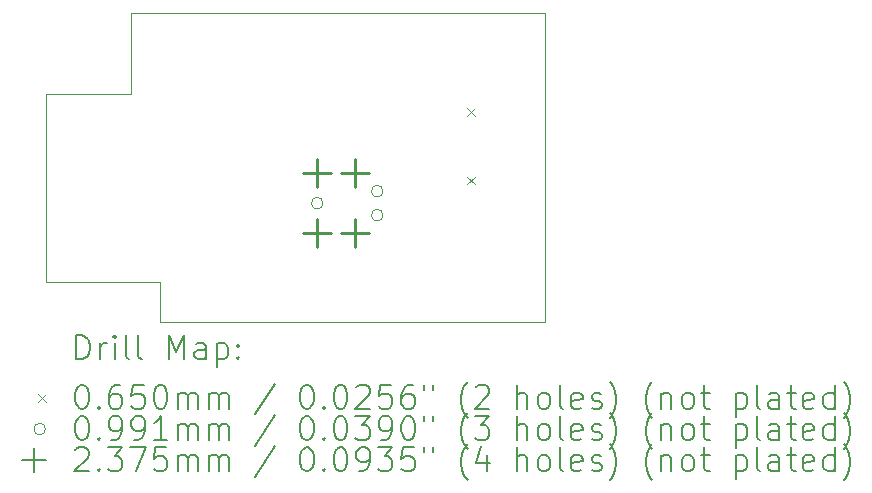
<source format=gbr>
%TF.GenerationSoftware,KiCad,Pcbnew,7.0.8*%
%TF.CreationDate,2024-02-19T13:09:45+00:00*%
%TF.ProjectId,HW_MoveCritic_KiCad_Project,48575f4d-6f76-4654-9372-697469635f4b,rev?*%
%TF.SameCoordinates,Original*%
%TF.FileFunction,Drillmap*%
%TF.FilePolarity,Positive*%
%FSLAX45Y45*%
G04 Gerber Fmt 4.5, Leading zero omitted, Abs format (unit mm)*
G04 Created by KiCad (PCBNEW 7.0.8) date 2024-02-19 13:09:45*
%MOMM*%
%LPD*%
G01*
G04 APERTURE LIST*
%ADD10C,0.100000*%
%ADD11C,0.200000*%
%ADD12C,0.065000*%
%ADD13C,0.099060*%
%ADD14C,0.237490*%
G04 APERTURE END LIST*
D10*
X14257500Y-9625000D02*
X14257500Y-9010000D01*
X14507500Y-11552500D02*
X14507500Y-11217500D01*
X14257500Y-9010000D02*
X14257500Y-8937500D01*
X17765000Y-11552500D02*
X14507500Y-11552500D01*
X17765000Y-10997500D02*
X17765000Y-11552500D01*
X13542500Y-11217500D02*
X13542500Y-9625000D01*
X13542500Y-9625000D02*
X14257500Y-9625000D01*
X17767500Y-8935000D02*
X17767500Y-9565000D01*
X14507500Y-11217500D02*
X13542500Y-11217500D01*
X17767500Y-9565000D02*
X17765000Y-10997500D01*
X14257500Y-8937500D02*
X17767500Y-8935000D01*
D11*
D12*
X17107000Y-9746500D02*
X17172000Y-9811500D01*
X17172000Y-9746500D02*
X17107000Y-9811500D01*
X17107000Y-10324500D02*
X17172000Y-10389500D01*
X17172000Y-10324500D02*
X17107000Y-10389500D01*
D13*
X15887030Y-10549000D02*
G75*
G03*
X15887030Y-10549000I-49530J0D01*
G01*
X16395030Y-10447400D02*
G75*
G03*
X16395030Y-10447400I-49530J0D01*
G01*
X16395030Y-10650600D02*
G75*
G03*
X16395030Y-10650600I-49530J0D01*
G01*
D14*
X15837500Y-10176255D02*
X15837500Y-10413745D01*
X15718755Y-10295000D02*
X15956245Y-10295000D01*
X15837500Y-10684255D02*
X15837500Y-10921745D01*
X15718755Y-10803000D02*
X15956245Y-10803000D01*
X16155000Y-10176255D02*
X16155000Y-10413745D01*
X16036255Y-10295000D02*
X16273745Y-10295000D01*
X16155000Y-10684255D02*
X16155000Y-10921745D01*
X16036255Y-10803000D02*
X16273745Y-10803000D01*
D11*
X13798277Y-11868984D02*
X13798277Y-11668984D01*
X13798277Y-11668984D02*
X13845896Y-11668984D01*
X13845896Y-11668984D02*
X13874467Y-11678508D01*
X13874467Y-11678508D02*
X13893515Y-11697555D01*
X13893515Y-11697555D02*
X13903039Y-11716603D01*
X13903039Y-11716603D02*
X13912562Y-11754698D01*
X13912562Y-11754698D02*
X13912562Y-11783269D01*
X13912562Y-11783269D02*
X13903039Y-11821365D01*
X13903039Y-11821365D02*
X13893515Y-11840412D01*
X13893515Y-11840412D02*
X13874467Y-11859460D01*
X13874467Y-11859460D02*
X13845896Y-11868984D01*
X13845896Y-11868984D02*
X13798277Y-11868984D01*
X13998277Y-11868984D02*
X13998277Y-11735650D01*
X13998277Y-11773746D02*
X14007801Y-11754698D01*
X14007801Y-11754698D02*
X14017324Y-11745174D01*
X14017324Y-11745174D02*
X14036372Y-11735650D01*
X14036372Y-11735650D02*
X14055420Y-11735650D01*
X14122086Y-11868984D02*
X14122086Y-11735650D01*
X14122086Y-11668984D02*
X14112562Y-11678508D01*
X14112562Y-11678508D02*
X14122086Y-11688031D01*
X14122086Y-11688031D02*
X14131610Y-11678508D01*
X14131610Y-11678508D02*
X14122086Y-11668984D01*
X14122086Y-11668984D02*
X14122086Y-11688031D01*
X14245896Y-11868984D02*
X14226848Y-11859460D01*
X14226848Y-11859460D02*
X14217324Y-11840412D01*
X14217324Y-11840412D02*
X14217324Y-11668984D01*
X14350658Y-11868984D02*
X14331610Y-11859460D01*
X14331610Y-11859460D02*
X14322086Y-11840412D01*
X14322086Y-11840412D02*
X14322086Y-11668984D01*
X14579229Y-11868984D02*
X14579229Y-11668984D01*
X14579229Y-11668984D02*
X14645896Y-11811841D01*
X14645896Y-11811841D02*
X14712562Y-11668984D01*
X14712562Y-11668984D02*
X14712562Y-11868984D01*
X14893515Y-11868984D02*
X14893515Y-11764222D01*
X14893515Y-11764222D02*
X14883991Y-11745174D01*
X14883991Y-11745174D02*
X14864943Y-11735650D01*
X14864943Y-11735650D02*
X14826848Y-11735650D01*
X14826848Y-11735650D02*
X14807801Y-11745174D01*
X14893515Y-11859460D02*
X14874467Y-11868984D01*
X14874467Y-11868984D02*
X14826848Y-11868984D01*
X14826848Y-11868984D02*
X14807801Y-11859460D01*
X14807801Y-11859460D02*
X14798277Y-11840412D01*
X14798277Y-11840412D02*
X14798277Y-11821365D01*
X14798277Y-11821365D02*
X14807801Y-11802317D01*
X14807801Y-11802317D02*
X14826848Y-11792793D01*
X14826848Y-11792793D02*
X14874467Y-11792793D01*
X14874467Y-11792793D02*
X14893515Y-11783269D01*
X14988753Y-11735650D02*
X14988753Y-11935650D01*
X14988753Y-11745174D02*
X15007801Y-11735650D01*
X15007801Y-11735650D02*
X15045896Y-11735650D01*
X15045896Y-11735650D02*
X15064943Y-11745174D01*
X15064943Y-11745174D02*
X15074467Y-11754698D01*
X15074467Y-11754698D02*
X15083991Y-11773746D01*
X15083991Y-11773746D02*
X15083991Y-11830888D01*
X15083991Y-11830888D02*
X15074467Y-11849936D01*
X15074467Y-11849936D02*
X15064943Y-11859460D01*
X15064943Y-11859460D02*
X15045896Y-11868984D01*
X15045896Y-11868984D02*
X15007801Y-11868984D01*
X15007801Y-11868984D02*
X14988753Y-11859460D01*
X15169705Y-11849936D02*
X15179229Y-11859460D01*
X15179229Y-11859460D02*
X15169705Y-11868984D01*
X15169705Y-11868984D02*
X15160182Y-11859460D01*
X15160182Y-11859460D02*
X15169705Y-11849936D01*
X15169705Y-11849936D02*
X15169705Y-11868984D01*
X15169705Y-11745174D02*
X15179229Y-11754698D01*
X15179229Y-11754698D02*
X15169705Y-11764222D01*
X15169705Y-11764222D02*
X15160182Y-11754698D01*
X15160182Y-11754698D02*
X15169705Y-11745174D01*
X15169705Y-11745174D02*
X15169705Y-11764222D01*
D12*
X13472500Y-12165000D02*
X13537500Y-12230000D01*
X13537500Y-12165000D02*
X13472500Y-12230000D01*
D11*
X13836372Y-12088984D02*
X13855420Y-12088984D01*
X13855420Y-12088984D02*
X13874467Y-12098508D01*
X13874467Y-12098508D02*
X13883991Y-12108031D01*
X13883991Y-12108031D02*
X13893515Y-12127079D01*
X13893515Y-12127079D02*
X13903039Y-12165174D01*
X13903039Y-12165174D02*
X13903039Y-12212793D01*
X13903039Y-12212793D02*
X13893515Y-12250888D01*
X13893515Y-12250888D02*
X13883991Y-12269936D01*
X13883991Y-12269936D02*
X13874467Y-12279460D01*
X13874467Y-12279460D02*
X13855420Y-12288984D01*
X13855420Y-12288984D02*
X13836372Y-12288984D01*
X13836372Y-12288984D02*
X13817324Y-12279460D01*
X13817324Y-12279460D02*
X13807801Y-12269936D01*
X13807801Y-12269936D02*
X13798277Y-12250888D01*
X13798277Y-12250888D02*
X13788753Y-12212793D01*
X13788753Y-12212793D02*
X13788753Y-12165174D01*
X13788753Y-12165174D02*
X13798277Y-12127079D01*
X13798277Y-12127079D02*
X13807801Y-12108031D01*
X13807801Y-12108031D02*
X13817324Y-12098508D01*
X13817324Y-12098508D02*
X13836372Y-12088984D01*
X13988753Y-12269936D02*
X13998277Y-12279460D01*
X13998277Y-12279460D02*
X13988753Y-12288984D01*
X13988753Y-12288984D02*
X13979229Y-12279460D01*
X13979229Y-12279460D02*
X13988753Y-12269936D01*
X13988753Y-12269936D02*
X13988753Y-12288984D01*
X14169705Y-12088984D02*
X14131610Y-12088984D01*
X14131610Y-12088984D02*
X14112562Y-12098508D01*
X14112562Y-12098508D02*
X14103039Y-12108031D01*
X14103039Y-12108031D02*
X14083991Y-12136603D01*
X14083991Y-12136603D02*
X14074467Y-12174698D01*
X14074467Y-12174698D02*
X14074467Y-12250888D01*
X14074467Y-12250888D02*
X14083991Y-12269936D01*
X14083991Y-12269936D02*
X14093515Y-12279460D01*
X14093515Y-12279460D02*
X14112562Y-12288984D01*
X14112562Y-12288984D02*
X14150658Y-12288984D01*
X14150658Y-12288984D02*
X14169705Y-12279460D01*
X14169705Y-12279460D02*
X14179229Y-12269936D01*
X14179229Y-12269936D02*
X14188753Y-12250888D01*
X14188753Y-12250888D02*
X14188753Y-12203269D01*
X14188753Y-12203269D02*
X14179229Y-12184222D01*
X14179229Y-12184222D02*
X14169705Y-12174698D01*
X14169705Y-12174698D02*
X14150658Y-12165174D01*
X14150658Y-12165174D02*
X14112562Y-12165174D01*
X14112562Y-12165174D02*
X14093515Y-12174698D01*
X14093515Y-12174698D02*
X14083991Y-12184222D01*
X14083991Y-12184222D02*
X14074467Y-12203269D01*
X14369705Y-12088984D02*
X14274467Y-12088984D01*
X14274467Y-12088984D02*
X14264943Y-12184222D01*
X14264943Y-12184222D02*
X14274467Y-12174698D01*
X14274467Y-12174698D02*
X14293515Y-12165174D01*
X14293515Y-12165174D02*
X14341134Y-12165174D01*
X14341134Y-12165174D02*
X14360182Y-12174698D01*
X14360182Y-12174698D02*
X14369705Y-12184222D01*
X14369705Y-12184222D02*
X14379229Y-12203269D01*
X14379229Y-12203269D02*
X14379229Y-12250888D01*
X14379229Y-12250888D02*
X14369705Y-12269936D01*
X14369705Y-12269936D02*
X14360182Y-12279460D01*
X14360182Y-12279460D02*
X14341134Y-12288984D01*
X14341134Y-12288984D02*
X14293515Y-12288984D01*
X14293515Y-12288984D02*
X14274467Y-12279460D01*
X14274467Y-12279460D02*
X14264943Y-12269936D01*
X14503039Y-12088984D02*
X14522086Y-12088984D01*
X14522086Y-12088984D02*
X14541134Y-12098508D01*
X14541134Y-12098508D02*
X14550658Y-12108031D01*
X14550658Y-12108031D02*
X14560182Y-12127079D01*
X14560182Y-12127079D02*
X14569705Y-12165174D01*
X14569705Y-12165174D02*
X14569705Y-12212793D01*
X14569705Y-12212793D02*
X14560182Y-12250888D01*
X14560182Y-12250888D02*
X14550658Y-12269936D01*
X14550658Y-12269936D02*
X14541134Y-12279460D01*
X14541134Y-12279460D02*
X14522086Y-12288984D01*
X14522086Y-12288984D02*
X14503039Y-12288984D01*
X14503039Y-12288984D02*
X14483991Y-12279460D01*
X14483991Y-12279460D02*
X14474467Y-12269936D01*
X14474467Y-12269936D02*
X14464943Y-12250888D01*
X14464943Y-12250888D02*
X14455420Y-12212793D01*
X14455420Y-12212793D02*
X14455420Y-12165174D01*
X14455420Y-12165174D02*
X14464943Y-12127079D01*
X14464943Y-12127079D02*
X14474467Y-12108031D01*
X14474467Y-12108031D02*
X14483991Y-12098508D01*
X14483991Y-12098508D02*
X14503039Y-12088984D01*
X14655420Y-12288984D02*
X14655420Y-12155650D01*
X14655420Y-12174698D02*
X14664943Y-12165174D01*
X14664943Y-12165174D02*
X14683991Y-12155650D01*
X14683991Y-12155650D02*
X14712563Y-12155650D01*
X14712563Y-12155650D02*
X14731610Y-12165174D01*
X14731610Y-12165174D02*
X14741134Y-12184222D01*
X14741134Y-12184222D02*
X14741134Y-12288984D01*
X14741134Y-12184222D02*
X14750658Y-12165174D01*
X14750658Y-12165174D02*
X14769705Y-12155650D01*
X14769705Y-12155650D02*
X14798277Y-12155650D01*
X14798277Y-12155650D02*
X14817324Y-12165174D01*
X14817324Y-12165174D02*
X14826848Y-12184222D01*
X14826848Y-12184222D02*
X14826848Y-12288984D01*
X14922086Y-12288984D02*
X14922086Y-12155650D01*
X14922086Y-12174698D02*
X14931610Y-12165174D01*
X14931610Y-12165174D02*
X14950658Y-12155650D01*
X14950658Y-12155650D02*
X14979229Y-12155650D01*
X14979229Y-12155650D02*
X14998277Y-12165174D01*
X14998277Y-12165174D02*
X15007801Y-12184222D01*
X15007801Y-12184222D02*
X15007801Y-12288984D01*
X15007801Y-12184222D02*
X15017324Y-12165174D01*
X15017324Y-12165174D02*
X15036372Y-12155650D01*
X15036372Y-12155650D02*
X15064943Y-12155650D01*
X15064943Y-12155650D02*
X15083991Y-12165174D01*
X15083991Y-12165174D02*
X15093515Y-12184222D01*
X15093515Y-12184222D02*
X15093515Y-12288984D01*
X15483991Y-12079460D02*
X15312563Y-12336603D01*
X15741134Y-12088984D02*
X15760182Y-12088984D01*
X15760182Y-12088984D02*
X15779229Y-12098508D01*
X15779229Y-12098508D02*
X15788753Y-12108031D01*
X15788753Y-12108031D02*
X15798277Y-12127079D01*
X15798277Y-12127079D02*
X15807801Y-12165174D01*
X15807801Y-12165174D02*
X15807801Y-12212793D01*
X15807801Y-12212793D02*
X15798277Y-12250888D01*
X15798277Y-12250888D02*
X15788753Y-12269936D01*
X15788753Y-12269936D02*
X15779229Y-12279460D01*
X15779229Y-12279460D02*
X15760182Y-12288984D01*
X15760182Y-12288984D02*
X15741134Y-12288984D01*
X15741134Y-12288984D02*
X15722086Y-12279460D01*
X15722086Y-12279460D02*
X15712563Y-12269936D01*
X15712563Y-12269936D02*
X15703039Y-12250888D01*
X15703039Y-12250888D02*
X15693515Y-12212793D01*
X15693515Y-12212793D02*
X15693515Y-12165174D01*
X15693515Y-12165174D02*
X15703039Y-12127079D01*
X15703039Y-12127079D02*
X15712563Y-12108031D01*
X15712563Y-12108031D02*
X15722086Y-12098508D01*
X15722086Y-12098508D02*
X15741134Y-12088984D01*
X15893515Y-12269936D02*
X15903039Y-12279460D01*
X15903039Y-12279460D02*
X15893515Y-12288984D01*
X15893515Y-12288984D02*
X15883991Y-12279460D01*
X15883991Y-12279460D02*
X15893515Y-12269936D01*
X15893515Y-12269936D02*
X15893515Y-12288984D01*
X16026848Y-12088984D02*
X16045896Y-12088984D01*
X16045896Y-12088984D02*
X16064944Y-12098508D01*
X16064944Y-12098508D02*
X16074467Y-12108031D01*
X16074467Y-12108031D02*
X16083991Y-12127079D01*
X16083991Y-12127079D02*
X16093515Y-12165174D01*
X16093515Y-12165174D02*
X16093515Y-12212793D01*
X16093515Y-12212793D02*
X16083991Y-12250888D01*
X16083991Y-12250888D02*
X16074467Y-12269936D01*
X16074467Y-12269936D02*
X16064944Y-12279460D01*
X16064944Y-12279460D02*
X16045896Y-12288984D01*
X16045896Y-12288984D02*
X16026848Y-12288984D01*
X16026848Y-12288984D02*
X16007801Y-12279460D01*
X16007801Y-12279460D02*
X15998277Y-12269936D01*
X15998277Y-12269936D02*
X15988753Y-12250888D01*
X15988753Y-12250888D02*
X15979229Y-12212793D01*
X15979229Y-12212793D02*
X15979229Y-12165174D01*
X15979229Y-12165174D02*
X15988753Y-12127079D01*
X15988753Y-12127079D02*
X15998277Y-12108031D01*
X15998277Y-12108031D02*
X16007801Y-12098508D01*
X16007801Y-12098508D02*
X16026848Y-12088984D01*
X16169706Y-12108031D02*
X16179229Y-12098508D01*
X16179229Y-12098508D02*
X16198277Y-12088984D01*
X16198277Y-12088984D02*
X16245896Y-12088984D01*
X16245896Y-12088984D02*
X16264944Y-12098508D01*
X16264944Y-12098508D02*
X16274467Y-12108031D01*
X16274467Y-12108031D02*
X16283991Y-12127079D01*
X16283991Y-12127079D02*
X16283991Y-12146127D01*
X16283991Y-12146127D02*
X16274467Y-12174698D01*
X16274467Y-12174698D02*
X16160182Y-12288984D01*
X16160182Y-12288984D02*
X16283991Y-12288984D01*
X16464944Y-12088984D02*
X16369706Y-12088984D01*
X16369706Y-12088984D02*
X16360182Y-12184222D01*
X16360182Y-12184222D02*
X16369706Y-12174698D01*
X16369706Y-12174698D02*
X16388753Y-12165174D01*
X16388753Y-12165174D02*
X16436372Y-12165174D01*
X16436372Y-12165174D02*
X16455420Y-12174698D01*
X16455420Y-12174698D02*
X16464944Y-12184222D01*
X16464944Y-12184222D02*
X16474467Y-12203269D01*
X16474467Y-12203269D02*
X16474467Y-12250888D01*
X16474467Y-12250888D02*
X16464944Y-12269936D01*
X16464944Y-12269936D02*
X16455420Y-12279460D01*
X16455420Y-12279460D02*
X16436372Y-12288984D01*
X16436372Y-12288984D02*
X16388753Y-12288984D01*
X16388753Y-12288984D02*
X16369706Y-12279460D01*
X16369706Y-12279460D02*
X16360182Y-12269936D01*
X16645896Y-12088984D02*
X16607801Y-12088984D01*
X16607801Y-12088984D02*
X16588753Y-12098508D01*
X16588753Y-12098508D02*
X16579229Y-12108031D01*
X16579229Y-12108031D02*
X16560182Y-12136603D01*
X16560182Y-12136603D02*
X16550658Y-12174698D01*
X16550658Y-12174698D02*
X16550658Y-12250888D01*
X16550658Y-12250888D02*
X16560182Y-12269936D01*
X16560182Y-12269936D02*
X16569706Y-12279460D01*
X16569706Y-12279460D02*
X16588753Y-12288984D01*
X16588753Y-12288984D02*
X16626848Y-12288984D01*
X16626848Y-12288984D02*
X16645896Y-12279460D01*
X16645896Y-12279460D02*
X16655420Y-12269936D01*
X16655420Y-12269936D02*
X16664944Y-12250888D01*
X16664944Y-12250888D02*
X16664944Y-12203269D01*
X16664944Y-12203269D02*
X16655420Y-12184222D01*
X16655420Y-12184222D02*
X16645896Y-12174698D01*
X16645896Y-12174698D02*
X16626848Y-12165174D01*
X16626848Y-12165174D02*
X16588753Y-12165174D01*
X16588753Y-12165174D02*
X16569706Y-12174698D01*
X16569706Y-12174698D02*
X16560182Y-12184222D01*
X16560182Y-12184222D02*
X16550658Y-12203269D01*
X16741134Y-12088984D02*
X16741134Y-12127079D01*
X16817325Y-12088984D02*
X16817325Y-12127079D01*
X17112563Y-12365174D02*
X17103039Y-12355650D01*
X17103039Y-12355650D02*
X17083991Y-12327079D01*
X17083991Y-12327079D02*
X17074468Y-12308031D01*
X17074468Y-12308031D02*
X17064944Y-12279460D01*
X17064944Y-12279460D02*
X17055420Y-12231841D01*
X17055420Y-12231841D02*
X17055420Y-12193746D01*
X17055420Y-12193746D02*
X17064944Y-12146127D01*
X17064944Y-12146127D02*
X17074468Y-12117555D01*
X17074468Y-12117555D02*
X17083991Y-12098508D01*
X17083991Y-12098508D02*
X17103039Y-12069936D01*
X17103039Y-12069936D02*
X17112563Y-12060412D01*
X17179230Y-12108031D02*
X17188753Y-12098508D01*
X17188753Y-12098508D02*
X17207801Y-12088984D01*
X17207801Y-12088984D02*
X17255420Y-12088984D01*
X17255420Y-12088984D02*
X17274468Y-12098508D01*
X17274468Y-12098508D02*
X17283991Y-12108031D01*
X17283991Y-12108031D02*
X17293515Y-12127079D01*
X17293515Y-12127079D02*
X17293515Y-12146127D01*
X17293515Y-12146127D02*
X17283991Y-12174698D01*
X17283991Y-12174698D02*
X17169706Y-12288984D01*
X17169706Y-12288984D02*
X17293515Y-12288984D01*
X17531611Y-12288984D02*
X17531611Y-12088984D01*
X17617325Y-12288984D02*
X17617325Y-12184222D01*
X17617325Y-12184222D02*
X17607801Y-12165174D01*
X17607801Y-12165174D02*
X17588753Y-12155650D01*
X17588753Y-12155650D02*
X17560182Y-12155650D01*
X17560182Y-12155650D02*
X17541134Y-12165174D01*
X17541134Y-12165174D02*
X17531611Y-12174698D01*
X17741134Y-12288984D02*
X17722087Y-12279460D01*
X17722087Y-12279460D02*
X17712563Y-12269936D01*
X17712563Y-12269936D02*
X17703039Y-12250888D01*
X17703039Y-12250888D02*
X17703039Y-12193746D01*
X17703039Y-12193746D02*
X17712563Y-12174698D01*
X17712563Y-12174698D02*
X17722087Y-12165174D01*
X17722087Y-12165174D02*
X17741134Y-12155650D01*
X17741134Y-12155650D02*
X17769706Y-12155650D01*
X17769706Y-12155650D02*
X17788753Y-12165174D01*
X17788753Y-12165174D02*
X17798277Y-12174698D01*
X17798277Y-12174698D02*
X17807801Y-12193746D01*
X17807801Y-12193746D02*
X17807801Y-12250888D01*
X17807801Y-12250888D02*
X17798277Y-12269936D01*
X17798277Y-12269936D02*
X17788753Y-12279460D01*
X17788753Y-12279460D02*
X17769706Y-12288984D01*
X17769706Y-12288984D02*
X17741134Y-12288984D01*
X17922087Y-12288984D02*
X17903039Y-12279460D01*
X17903039Y-12279460D02*
X17893515Y-12260412D01*
X17893515Y-12260412D02*
X17893515Y-12088984D01*
X18074468Y-12279460D02*
X18055420Y-12288984D01*
X18055420Y-12288984D02*
X18017325Y-12288984D01*
X18017325Y-12288984D02*
X17998277Y-12279460D01*
X17998277Y-12279460D02*
X17988753Y-12260412D01*
X17988753Y-12260412D02*
X17988753Y-12184222D01*
X17988753Y-12184222D02*
X17998277Y-12165174D01*
X17998277Y-12165174D02*
X18017325Y-12155650D01*
X18017325Y-12155650D02*
X18055420Y-12155650D01*
X18055420Y-12155650D02*
X18074468Y-12165174D01*
X18074468Y-12165174D02*
X18083992Y-12184222D01*
X18083992Y-12184222D02*
X18083992Y-12203269D01*
X18083992Y-12203269D02*
X17988753Y-12222317D01*
X18160182Y-12279460D02*
X18179230Y-12288984D01*
X18179230Y-12288984D02*
X18217325Y-12288984D01*
X18217325Y-12288984D02*
X18236373Y-12279460D01*
X18236373Y-12279460D02*
X18245896Y-12260412D01*
X18245896Y-12260412D02*
X18245896Y-12250888D01*
X18245896Y-12250888D02*
X18236373Y-12231841D01*
X18236373Y-12231841D02*
X18217325Y-12222317D01*
X18217325Y-12222317D02*
X18188753Y-12222317D01*
X18188753Y-12222317D02*
X18169706Y-12212793D01*
X18169706Y-12212793D02*
X18160182Y-12193746D01*
X18160182Y-12193746D02*
X18160182Y-12184222D01*
X18160182Y-12184222D02*
X18169706Y-12165174D01*
X18169706Y-12165174D02*
X18188753Y-12155650D01*
X18188753Y-12155650D02*
X18217325Y-12155650D01*
X18217325Y-12155650D02*
X18236373Y-12165174D01*
X18312563Y-12365174D02*
X18322087Y-12355650D01*
X18322087Y-12355650D02*
X18341134Y-12327079D01*
X18341134Y-12327079D02*
X18350658Y-12308031D01*
X18350658Y-12308031D02*
X18360182Y-12279460D01*
X18360182Y-12279460D02*
X18369706Y-12231841D01*
X18369706Y-12231841D02*
X18369706Y-12193746D01*
X18369706Y-12193746D02*
X18360182Y-12146127D01*
X18360182Y-12146127D02*
X18350658Y-12117555D01*
X18350658Y-12117555D02*
X18341134Y-12098508D01*
X18341134Y-12098508D02*
X18322087Y-12069936D01*
X18322087Y-12069936D02*
X18312563Y-12060412D01*
X18674468Y-12365174D02*
X18664944Y-12355650D01*
X18664944Y-12355650D02*
X18645896Y-12327079D01*
X18645896Y-12327079D02*
X18636373Y-12308031D01*
X18636373Y-12308031D02*
X18626849Y-12279460D01*
X18626849Y-12279460D02*
X18617325Y-12231841D01*
X18617325Y-12231841D02*
X18617325Y-12193746D01*
X18617325Y-12193746D02*
X18626849Y-12146127D01*
X18626849Y-12146127D02*
X18636373Y-12117555D01*
X18636373Y-12117555D02*
X18645896Y-12098508D01*
X18645896Y-12098508D02*
X18664944Y-12069936D01*
X18664944Y-12069936D02*
X18674468Y-12060412D01*
X18750658Y-12155650D02*
X18750658Y-12288984D01*
X18750658Y-12174698D02*
X18760182Y-12165174D01*
X18760182Y-12165174D02*
X18779230Y-12155650D01*
X18779230Y-12155650D02*
X18807801Y-12155650D01*
X18807801Y-12155650D02*
X18826849Y-12165174D01*
X18826849Y-12165174D02*
X18836373Y-12184222D01*
X18836373Y-12184222D02*
X18836373Y-12288984D01*
X18960182Y-12288984D02*
X18941134Y-12279460D01*
X18941134Y-12279460D02*
X18931611Y-12269936D01*
X18931611Y-12269936D02*
X18922087Y-12250888D01*
X18922087Y-12250888D02*
X18922087Y-12193746D01*
X18922087Y-12193746D02*
X18931611Y-12174698D01*
X18931611Y-12174698D02*
X18941134Y-12165174D01*
X18941134Y-12165174D02*
X18960182Y-12155650D01*
X18960182Y-12155650D02*
X18988754Y-12155650D01*
X18988754Y-12155650D02*
X19007801Y-12165174D01*
X19007801Y-12165174D02*
X19017325Y-12174698D01*
X19017325Y-12174698D02*
X19026849Y-12193746D01*
X19026849Y-12193746D02*
X19026849Y-12250888D01*
X19026849Y-12250888D02*
X19017325Y-12269936D01*
X19017325Y-12269936D02*
X19007801Y-12279460D01*
X19007801Y-12279460D02*
X18988754Y-12288984D01*
X18988754Y-12288984D02*
X18960182Y-12288984D01*
X19083992Y-12155650D02*
X19160182Y-12155650D01*
X19112563Y-12088984D02*
X19112563Y-12260412D01*
X19112563Y-12260412D02*
X19122087Y-12279460D01*
X19122087Y-12279460D02*
X19141134Y-12288984D01*
X19141134Y-12288984D02*
X19160182Y-12288984D01*
X19379230Y-12155650D02*
X19379230Y-12355650D01*
X19379230Y-12165174D02*
X19398277Y-12155650D01*
X19398277Y-12155650D02*
X19436373Y-12155650D01*
X19436373Y-12155650D02*
X19455420Y-12165174D01*
X19455420Y-12165174D02*
X19464944Y-12174698D01*
X19464944Y-12174698D02*
X19474468Y-12193746D01*
X19474468Y-12193746D02*
X19474468Y-12250888D01*
X19474468Y-12250888D02*
X19464944Y-12269936D01*
X19464944Y-12269936D02*
X19455420Y-12279460D01*
X19455420Y-12279460D02*
X19436373Y-12288984D01*
X19436373Y-12288984D02*
X19398277Y-12288984D01*
X19398277Y-12288984D02*
X19379230Y-12279460D01*
X19588754Y-12288984D02*
X19569706Y-12279460D01*
X19569706Y-12279460D02*
X19560182Y-12260412D01*
X19560182Y-12260412D02*
X19560182Y-12088984D01*
X19750658Y-12288984D02*
X19750658Y-12184222D01*
X19750658Y-12184222D02*
X19741135Y-12165174D01*
X19741135Y-12165174D02*
X19722087Y-12155650D01*
X19722087Y-12155650D02*
X19683992Y-12155650D01*
X19683992Y-12155650D02*
X19664944Y-12165174D01*
X19750658Y-12279460D02*
X19731611Y-12288984D01*
X19731611Y-12288984D02*
X19683992Y-12288984D01*
X19683992Y-12288984D02*
X19664944Y-12279460D01*
X19664944Y-12279460D02*
X19655420Y-12260412D01*
X19655420Y-12260412D02*
X19655420Y-12241365D01*
X19655420Y-12241365D02*
X19664944Y-12222317D01*
X19664944Y-12222317D02*
X19683992Y-12212793D01*
X19683992Y-12212793D02*
X19731611Y-12212793D01*
X19731611Y-12212793D02*
X19750658Y-12203269D01*
X19817325Y-12155650D02*
X19893515Y-12155650D01*
X19845896Y-12088984D02*
X19845896Y-12260412D01*
X19845896Y-12260412D02*
X19855420Y-12279460D01*
X19855420Y-12279460D02*
X19874468Y-12288984D01*
X19874468Y-12288984D02*
X19893515Y-12288984D01*
X20036373Y-12279460D02*
X20017325Y-12288984D01*
X20017325Y-12288984D02*
X19979230Y-12288984D01*
X19979230Y-12288984D02*
X19960182Y-12279460D01*
X19960182Y-12279460D02*
X19950658Y-12260412D01*
X19950658Y-12260412D02*
X19950658Y-12184222D01*
X19950658Y-12184222D02*
X19960182Y-12165174D01*
X19960182Y-12165174D02*
X19979230Y-12155650D01*
X19979230Y-12155650D02*
X20017325Y-12155650D01*
X20017325Y-12155650D02*
X20036373Y-12165174D01*
X20036373Y-12165174D02*
X20045896Y-12184222D01*
X20045896Y-12184222D02*
X20045896Y-12203269D01*
X20045896Y-12203269D02*
X19950658Y-12222317D01*
X20217325Y-12288984D02*
X20217325Y-12088984D01*
X20217325Y-12279460D02*
X20198277Y-12288984D01*
X20198277Y-12288984D02*
X20160182Y-12288984D01*
X20160182Y-12288984D02*
X20141135Y-12279460D01*
X20141135Y-12279460D02*
X20131611Y-12269936D01*
X20131611Y-12269936D02*
X20122087Y-12250888D01*
X20122087Y-12250888D02*
X20122087Y-12193746D01*
X20122087Y-12193746D02*
X20131611Y-12174698D01*
X20131611Y-12174698D02*
X20141135Y-12165174D01*
X20141135Y-12165174D02*
X20160182Y-12155650D01*
X20160182Y-12155650D02*
X20198277Y-12155650D01*
X20198277Y-12155650D02*
X20217325Y-12165174D01*
X20293516Y-12365174D02*
X20303039Y-12355650D01*
X20303039Y-12355650D02*
X20322087Y-12327079D01*
X20322087Y-12327079D02*
X20331611Y-12308031D01*
X20331611Y-12308031D02*
X20341135Y-12279460D01*
X20341135Y-12279460D02*
X20350658Y-12231841D01*
X20350658Y-12231841D02*
X20350658Y-12193746D01*
X20350658Y-12193746D02*
X20341135Y-12146127D01*
X20341135Y-12146127D02*
X20331611Y-12117555D01*
X20331611Y-12117555D02*
X20322087Y-12098508D01*
X20322087Y-12098508D02*
X20303039Y-12069936D01*
X20303039Y-12069936D02*
X20293516Y-12060412D01*
D13*
X13537500Y-12461500D02*
G75*
G03*
X13537500Y-12461500I-49530J0D01*
G01*
D11*
X13836372Y-12352984D02*
X13855420Y-12352984D01*
X13855420Y-12352984D02*
X13874467Y-12362508D01*
X13874467Y-12362508D02*
X13883991Y-12372031D01*
X13883991Y-12372031D02*
X13893515Y-12391079D01*
X13893515Y-12391079D02*
X13903039Y-12429174D01*
X13903039Y-12429174D02*
X13903039Y-12476793D01*
X13903039Y-12476793D02*
X13893515Y-12514888D01*
X13893515Y-12514888D02*
X13883991Y-12533936D01*
X13883991Y-12533936D02*
X13874467Y-12543460D01*
X13874467Y-12543460D02*
X13855420Y-12552984D01*
X13855420Y-12552984D02*
X13836372Y-12552984D01*
X13836372Y-12552984D02*
X13817324Y-12543460D01*
X13817324Y-12543460D02*
X13807801Y-12533936D01*
X13807801Y-12533936D02*
X13798277Y-12514888D01*
X13798277Y-12514888D02*
X13788753Y-12476793D01*
X13788753Y-12476793D02*
X13788753Y-12429174D01*
X13788753Y-12429174D02*
X13798277Y-12391079D01*
X13798277Y-12391079D02*
X13807801Y-12372031D01*
X13807801Y-12372031D02*
X13817324Y-12362508D01*
X13817324Y-12362508D02*
X13836372Y-12352984D01*
X13988753Y-12533936D02*
X13998277Y-12543460D01*
X13998277Y-12543460D02*
X13988753Y-12552984D01*
X13988753Y-12552984D02*
X13979229Y-12543460D01*
X13979229Y-12543460D02*
X13988753Y-12533936D01*
X13988753Y-12533936D02*
X13988753Y-12552984D01*
X14093515Y-12552984D02*
X14131610Y-12552984D01*
X14131610Y-12552984D02*
X14150658Y-12543460D01*
X14150658Y-12543460D02*
X14160182Y-12533936D01*
X14160182Y-12533936D02*
X14179229Y-12505365D01*
X14179229Y-12505365D02*
X14188753Y-12467269D01*
X14188753Y-12467269D02*
X14188753Y-12391079D01*
X14188753Y-12391079D02*
X14179229Y-12372031D01*
X14179229Y-12372031D02*
X14169705Y-12362508D01*
X14169705Y-12362508D02*
X14150658Y-12352984D01*
X14150658Y-12352984D02*
X14112562Y-12352984D01*
X14112562Y-12352984D02*
X14093515Y-12362508D01*
X14093515Y-12362508D02*
X14083991Y-12372031D01*
X14083991Y-12372031D02*
X14074467Y-12391079D01*
X14074467Y-12391079D02*
X14074467Y-12438698D01*
X14074467Y-12438698D02*
X14083991Y-12457746D01*
X14083991Y-12457746D02*
X14093515Y-12467269D01*
X14093515Y-12467269D02*
X14112562Y-12476793D01*
X14112562Y-12476793D02*
X14150658Y-12476793D01*
X14150658Y-12476793D02*
X14169705Y-12467269D01*
X14169705Y-12467269D02*
X14179229Y-12457746D01*
X14179229Y-12457746D02*
X14188753Y-12438698D01*
X14283991Y-12552984D02*
X14322086Y-12552984D01*
X14322086Y-12552984D02*
X14341134Y-12543460D01*
X14341134Y-12543460D02*
X14350658Y-12533936D01*
X14350658Y-12533936D02*
X14369705Y-12505365D01*
X14369705Y-12505365D02*
X14379229Y-12467269D01*
X14379229Y-12467269D02*
X14379229Y-12391079D01*
X14379229Y-12391079D02*
X14369705Y-12372031D01*
X14369705Y-12372031D02*
X14360182Y-12362508D01*
X14360182Y-12362508D02*
X14341134Y-12352984D01*
X14341134Y-12352984D02*
X14303039Y-12352984D01*
X14303039Y-12352984D02*
X14283991Y-12362508D01*
X14283991Y-12362508D02*
X14274467Y-12372031D01*
X14274467Y-12372031D02*
X14264943Y-12391079D01*
X14264943Y-12391079D02*
X14264943Y-12438698D01*
X14264943Y-12438698D02*
X14274467Y-12457746D01*
X14274467Y-12457746D02*
X14283991Y-12467269D01*
X14283991Y-12467269D02*
X14303039Y-12476793D01*
X14303039Y-12476793D02*
X14341134Y-12476793D01*
X14341134Y-12476793D02*
X14360182Y-12467269D01*
X14360182Y-12467269D02*
X14369705Y-12457746D01*
X14369705Y-12457746D02*
X14379229Y-12438698D01*
X14569705Y-12552984D02*
X14455420Y-12552984D01*
X14512562Y-12552984D02*
X14512562Y-12352984D01*
X14512562Y-12352984D02*
X14493515Y-12381555D01*
X14493515Y-12381555D02*
X14474467Y-12400603D01*
X14474467Y-12400603D02*
X14455420Y-12410127D01*
X14655420Y-12552984D02*
X14655420Y-12419650D01*
X14655420Y-12438698D02*
X14664943Y-12429174D01*
X14664943Y-12429174D02*
X14683991Y-12419650D01*
X14683991Y-12419650D02*
X14712563Y-12419650D01*
X14712563Y-12419650D02*
X14731610Y-12429174D01*
X14731610Y-12429174D02*
X14741134Y-12448222D01*
X14741134Y-12448222D02*
X14741134Y-12552984D01*
X14741134Y-12448222D02*
X14750658Y-12429174D01*
X14750658Y-12429174D02*
X14769705Y-12419650D01*
X14769705Y-12419650D02*
X14798277Y-12419650D01*
X14798277Y-12419650D02*
X14817324Y-12429174D01*
X14817324Y-12429174D02*
X14826848Y-12448222D01*
X14826848Y-12448222D02*
X14826848Y-12552984D01*
X14922086Y-12552984D02*
X14922086Y-12419650D01*
X14922086Y-12438698D02*
X14931610Y-12429174D01*
X14931610Y-12429174D02*
X14950658Y-12419650D01*
X14950658Y-12419650D02*
X14979229Y-12419650D01*
X14979229Y-12419650D02*
X14998277Y-12429174D01*
X14998277Y-12429174D02*
X15007801Y-12448222D01*
X15007801Y-12448222D02*
X15007801Y-12552984D01*
X15007801Y-12448222D02*
X15017324Y-12429174D01*
X15017324Y-12429174D02*
X15036372Y-12419650D01*
X15036372Y-12419650D02*
X15064943Y-12419650D01*
X15064943Y-12419650D02*
X15083991Y-12429174D01*
X15083991Y-12429174D02*
X15093515Y-12448222D01*
X15093515Y-12448222D02*
X15093515Y-12552984D01*
X15483991Y-12343460D02*
X15312563Y-12600603D01*
X15741134Y-12352984D02*
X15760182Y-12352984D01*
X15760182Y-12352984D02*
X15779229Y-12362508D01*
X15779229Y-12362508D02*
X15788753Y-12372031D01*
X15788753Y-12372031D02*
X15798277Y-12391079D01*
X15798277Y-12391079D02*
X15807801Y-12429174D01*
X15807801Y-12429174D02*
X15807801Y-12476793D01*
X15807801Y-12476793D02*
X15798277Y-12514888D01*
X15798277Y-12514888D02*
X15788753Y-12533936D01*
X15788753Y-12533936D02*
X15779229Y-12543460D01*
X15779229Y-12543460D02*
X15760182Y-12552984D01*
X15760182Y-12552984D02*
X15741134Y-12552984D01*
X15741134Y-12552984D02*
X15722086Y-12543460D01*
X15722086Y-12543460D02*
X15712563Y-12533936D01*
X15712563Y-12533936D02*
X15703039Y-12514888D01*
X15703039Y-12514888D02*
X15693515Y-12476793D01*
X15693515Y-12476793D02*
X15693515Y-12429174D01*
X15693515Y-12429174D02*
X15703039Y-12391079D01*
X15703039Y-12391079D02*
X15712563Y-12372031D01*
X15712563Y-12372031D02*
X15722086Y-12362508D01*
X15722086Y-12362508D02*
X15741134Y-12352984D01*
X15893515Y-12533936D02*
X15903039Y-12543460D01*
X15903039Y-12543460D02*
X15893515Y-12552984D01*
X15893515Y-12552984D02*
X15883991Y-12543460D01*
X15883991Y-12543460D02*
X15893515Y-12533936D01*
X15893515Y-12533936D02*
X15893515Y-12552984D01*
X16026848Y-12352984D02*
X16045896Y-12352984D01*
X16045896Y-12352984D02*
X16064944Y-12362508D01*
X16064944Y-12362508D02*
X16074467Y-12372031D01*
X16074467Y-12372031D02*
X16083991Y-12391079D01*
X16083991Y-12391079D02*
X16093515Y-12429174D01*
X16093515Y-12429174D02*
X16093515Y-12476793D01*
X16093515Y-12476793D02*
X16083991Y-12514888D01*
X16083991Y-12514888D02*
X16074467Y-12533936D01*
X16074467Y-12533936D02*
X16064944Y-12543460D01*
X16064944Y-12543460D02*
X16045896Y-12552984D01*
X16045896Y-12552984D02*
X16026848Y-12552984D01*
X16026848Y-12552984D02*
X16007801Y-12543460D01*
X16007801Y-12543460D02*
X15998277Y-12533936D01*
X15998277Y-12533936D02*
X15988753Y-12514888D01*
X15988753Y-12514888D02*
X15979229Y-12476793D01*
X15979229Y-12476793D02*
X15979229Y-12429174D01*
X15979229Y-12429174D02*
X15988753Y-12391079D01*
X15988753Y-12391079D02*
X15998277Y-12372031D01*
X15998277Y-12372031D02*
X16007801Y-12362508D01*
X16007801Y-12362508D02*
X16026848Y-12352984D01*
X16160182Y-12352984D02*
X16283991Y-12352984D01*
X16283991Y-12352984D02*
X16217325Y-12429174D01*
X16217325Y-12429174D02*
X16245896Y-12429174D01*
X16245896Y-12429174D02*
X16264944Y-12438698D01*
X16264944Y-12438698D02*
X16274467Y-12448222D01*
X16274467Y-12448222D02*
X16283991Y-12467269D01*
X16283991Y-12467269D02*
X16283991Y-12514888D01*
X16283991Y-12514888D02*
X16274467Y-12533936D01*
X16274467Y-12533936D02*
X16264944Y-12543460D01*
X16264944Y-12543460D02*
X16245896Y-12552984D01*
X16245896Y-12552984D02*
X16188753Y-12552984D01*
X16188753Y-12552984D02*
X16169706Y-12543460D01*
X16169706Y-12543460D02*
X16160182Y-12533936D01*
X16379229Y-12552984D02*
X16417325Y-12552984D01*
X16417325Y-12552984D02*
X16436372Y-12543460D01*
X16436372Y-12543460D02*
X16445896Y-12533936D01*
X16445896Y-12533936D02*
X16464944Y-12505365D01*
X16464944Y-12505365D02*
X16474467Y-12467269D01*
X16474467Y-12467269D02*
X16474467Y-12391079D01*
X16474467Y-12391079D02*
X16464944Y-12372031D01*
X16464944Y-12372031D02*
X16455420Y-12362508D01*
X16455420Y-12362508D02*
X16436372Y-12352984D01*
X16436372Y-12352984D02*
X16398277Y-12352984D01*
X16398277Y-12352984D02*
X16379229Y-12362508D01*
X16379229Y-12362508D02*
X16369706Y-12372031D01*
X16369706Y-12372031D02*
X16360182Y-12391079D01*
X16360182Y-12391079D02*
X16360182Y-12438698D01*
X16360182Y-12438698D02*
X16369706Y-12457746D01*
X16369706Y-12457746D02*
X16379229Y-12467269D01*
X16379229Y-12467269D02*
X16398277Y-12476793D01*
X16398277Y-12476793D02*
X16436372Y-12476793D01*
X16436372Y-12476793D02*
X16455420Y-12467269D01*
X16455420Y-12467269D02*
X16464944Y-12457746D01*
X16464944Y-12457746D02*
X16474467Y-12438698D01*
X16598277Y-12352984D02*
X16617325Y-12352984D01*
X16617325Y-12352984D02*
X16636372Y-12362508D01*
X16636372Y-12362508D02*
X16645896Y-12372031D01*
X16645896Y-12372031D02*
X16655420Y-12391079D01*
X16655420Y-12391079D02*
X16664944Y-12429174D01*
X16664944Y-12429174D02*
X16664944Y-12476793D01*
X16664944Y-12476793D02*
X16655420Y-12514888D01*
X16655420Y-12514888D02*
X16645896Y-12533936D01*
X16645896Y-12533936D02*
X16636372Y-12543460D01*
X16636372Y-12543460D02*
X16617325Y-12552984D01*
X16617325Y-12552984D02*
X16598277Y-12552984D01*
X16598277Y-12552984D02*
X16579229Y-12543460D01*
X16579229Y-12543460D02*
X16569706Y-12533936D01*
X16569706Y-12533936D02*
X16560182Y-12514888D01*
X16560182Y-12514888D02*
X16550658Y-12476793D01*
X16550658Y-12476793D02*
X16550658Y-12429174D01*
X16550658Y-12429174D02*
X16560182Y-12391079D01*
X16560182Y-12391079D02*
X16569706Y-12372031D01*
X16569706Y-12372031D02*
X16579229Y-12362508D01*
X16579229Y-12362508D02*
X16598277Y-12352984D01*
X16741134Y-12352984D02*
X16741134Y-12391079D01*
X16817325Y-12352984D02*
X16817325Y-12391079D01*
X17112563Y-12629174D02*
X17103039Y-12619650D01*
X17103039Y-12619650D02*
X17083991Y-12591079D01*
X17083991Y-12591079D02*
X17074468Y-12572031D01*
X17074468Y-12572031D02*
X17064944Y-12543460D01*
X17064944Y-12543460D02*
X17055420Y-12495841D01*
X17055420Y-12495841D02*
X17055420Y-12457746D01*
X17055420Y-12457746D02*
X17064944Y-12410127D01*
X17064944Y-12410127D02*
X17074468Y-12381555D01*
X17074468Y-12381555D02*
X17083991Y-12362508D01*
X17083991Y-12362508D02*
X17103039Y-12333936D01*
X17103039Y-12333936D02*
X17112563Y-12324412D01*
X17169706Y-12352984D02*
X17293515Y-12352984D01*
X17293515Y-12352984D02*
X17226849Y-12429174D01*
X17226849Y-12429174D02*
X17255420Y-12429174D01*
X17255420Y-12429174D02*
X17274468Y-12438698D01*
X17274468Y-12438698D02*
X17283991Y-12448222D01*
X17283991Y-12448222D02*
X17293515Y-12467269D01*
X17293515Y-12467269D02*
X17293515Y-12514888D01*
X17293515Y-12514888D02*
X17283991Y-12533936D01*
X17283991Y-12533936D02*
X17274468Y-12543460D01*
X17274468Y-12543460D02*
X17255420Y-12552984D01*
X17255420Y-12552984D02*
X17198277Y-12552984D01*
X17198277Y-12552984D02*
X17179230Y-12543460D01*
X17179230Y-12543460D02*
X17169706Y-12533936D01*
X17531611Y-12552984D02*
X17531611Y-12352984D01*
X17617325Y-12552984D02*
X17617325Y-12448222D01*
X17617325Y-12448222D02*
X17607801Y-12429174D01*
X17607801Y-12429174D02*
X17588753Y-12419650D01*
X17588753Y-12419650D02*
X17560182Y-12419650D01*
X17560182Y-12419650D02*
X17541134Y-12429174D01*
X17541134Y-12429174D02*
X17531611Y-12438698D01*
X17741134Y-12552984D02*
X17722087Y-12543460D01*
X17722087Y-12543460D02*
X17712563Y-12533936D01*
X17712563Y-12533936D02*
X17703039Y-12514888D01*
X17703039Y-12514888D02*
X17703039Y-12457746D01*
X17703039Y-12457746D02*
X17712563Y-12438698D01*
X17712563Y-12438698D02*
X17722087Y-12429174D01*
X17722087Y-12429174D02*
X17741134Y-12419650D01*
X17741134Y-12419650D02*
X17769706Y-12419650D01*
X17769706Y-12419650D02*
X17788753Y-12429174D01*
X17788753Y-12429174D02*
X17798277Y-12438698D01*
X17798277Y-12438698D02*
X17807801Y-12457746D01*
X17807801Y-12457746D02*
X17807801Y-12514888D01*
X17807801Y-12514888D02*
X17798277Y-12533936D01*
X17798277Y-12533936D02*
X17788753Y-12543460D01*
X17788753Y-12543460D02*
X17769706Y-12552984D01*
X17769706Y-12552984D02*
X17741134Y-12552984D01*
X17922087Y-12552984D02*
X17903039Y-12543460D01*
X17903039Y-12543460D02*
X17893515Y-12524412D01*
X17893515Y-12524412D02*
X17893515Y-12352984D01*
X18074468Y-12543460D02*
X18055420Y-12552984D01*
X18055420Y-12552984D02*
X18017325Y-12552984D01*
X18017325Y-12552984D02*
X17998277Y-12543460D01*
X17998277Y-12543460D02*
X17988753Y-12524412D01*
X17988753Y-12524412D02*
X17988753Y-12448222D01*
X17988753Y-12448222D02*
X17998277Y-12429174D01*
X17998277Y-12429174D02*
X18017325Y-12419650D01*
X18017325Y-12419650D02*
X18055420Y-12419650D01*
X18055420Y-12419650D02*
X18074468Y-12429174D01*
X18074468Y-12429174D02*
X18083992Y-12448222D01*
X18083992Y-12448222D02*
X18083992Y-12467269D01*
X18083992Y-12467269D02*
X17988753Y-12486317D01*
X18160182Y-12543460D02*
X18179230Y-12552984D01*
X18179230Y-12552984D02*
X18217325Y-12552984D01*
X18217325Y-12552984D02*
X18236373Y-12543460D01*
X18236373Y-12543460D02*
X18245896Y-12524412D01*
X18245896Y-12524412D02*
X18245896Y-12514888D01*
X18245896Y-12514888D02*
X18236373Y-12495841D01*
X18236373Y-12495841D02*
X18217325Y-12486317D01*
X18217325Y-12486317D02*
X18188753Y-12486317D01*
X18188753Y-12486317D02*
X18169706Y-12476793D01*
X18169706Y-12476793D02*
X18160182Y-12457746D01*
X18160182Y-12457746D02*
X18160182Y-12448222D01*
X18160182Y-12448222D02*
X18169706Y-12429174D01*
X18169706Y-12429174D02*
X18188753Y-12419650D01*
X18188753Y-12419650D02*
X18217325Y-12419650D01*
X18217325Y-12419650D02*
X18236373Y-12429174D01*
X18312563Y-12629174D02*
X18322087Y-12619650D01*
X18322087Y-12619650D02*
X18341134Y-12591079D01*
X18341134Y-12591079D02*
X18350658Y-12572031D01*
X18350658Y-12572031D02*
X18360182Y-12543460D01*
X18360182Y-12543460D02*
X18369706Y-12495841D01*
X18369706Y-12495841D02*
X18369706Y-12457746D01*
X18369706Y-12457746D02*
X18360182Y-12410127D01*
X18360182Y-12410127D02*
X18350658Y-12381555D01*
X18350658Y-12381555D02*
X18341134Y-12362508D01*
X18341134Y-12362508D02*
X18322087Y-12333936D01*
X18322087Y-12333936D02*
X18312563Y-12324412D01*
X18674468Y-12629174D02*
X18664944Y-12619650D01*
X18664944Y-12619650D02*
X18645896Y-12591079D01*
X18645896Y-12591079D02*
X18636373Y-12572031D01*
X18636373Y-12572031D02*
X18626849Y-12543460D01*
X18626849Y-12543460D02*
X18617325Y-12495841D01*
X18617325Y-12495841D02*
X18617325Y-12457746D01*
X18617325Y-12457746D02*
X18626849Y-12410127D01*
X18626849Y-12410127D02*
X18636373Y-12381555D01*
X18636373Y-12381555D02*
X18645896Y-12362508D01*
X18645896Y-12362508D02*
X18664944Y-12333936D01*
X18664944Y-12333936D02*
X18674468Y-12324412D01*
X18750658Y-12419650D02*
X18750658Y-12552984D01*
X18750658Y-12438698D02*
X18760182Y-12429174D01*
X18760182Y-12429174D02*
X18779230Y-12419650D01*
X18779230Y-12419650D02*
X18807801Y-12419650D01*
X18807801Y-12419650D02*
X18826849Y-12429174D01*
X18826849Y-12429174D02*
X18836373Y-12448222D01*
X18836373Y-12448222D02*
X18836373Y-12552984D01*
X18960182Y-12552984D02*
X18941134Y-12543460D01*
X18941134Y-12543460D02*
X18931611Y-12533936D01*
X18931611Y-12533936D02*
X18922087Y-12514888D01*
X18922087Y-12514888D02*
X18922087Y-12457746D01*
X18922087Y-12457746D02*
X18931611Y-12438698D01*
X18931611Y-12438698D02*
X18941134Y-12429174D01*
X18941134Y-12429174D02*
X18960182Y-12419650D01*
X18960182Y-12419650D02*
X18988754Y-12419650D01*
X18988754Y-12419650D02*
X19007801Y-12429174D01*
X19007801Y-12429174D02*
X19017325Y-12438698D01*
X19017325Y-12438698D02*
X19026849Y-12457746D01*
X19026849Y-12457746D02*
X19026849Y-12514888D01*
X19026849Y-12514888D02*
X19017325Y-12533936D01*
X19017325Y-12533936D02*
X19007801Y-12543460D01*
X19007801Y-12543460D02*
X18988754Y-12552984D01*
X18988754Y-12552984D02*
X18960182Y-12552984D01*
X19083992Y-12419650D02*
X19160182Y-12419650D01*
X19112563Y-12352984D02*
X19112563Y-12524412D01*
X19112563Y-12524412D02*
X19122087Y-12543460D01*
X19122087Y-12543460D02*
X19141134Y-12552984D01*
X19141134Y-12552984D02*
X19160182Y-12552984D01*
X19379230Y-12419650D02*
X19379230Y-12619650D01*
X19379230Y-12429174D02*
X19398277Y-12419650D01*
X19398277Y-12419650D02*
X19436373Y-12419650D01*
X19436373Y-12419650D02*
X19455420Y-12429174D01*
X19455420Y-12429174D02*
X19464944Y-12438698D01*
X19464944Y-12438698D02*
X19474468Y-12457746D01*
X19474468Y-12457746D02*
X19474468Y-12514888D01*
X19474468Y-12514888D02*
X19464944Y-12533936D01*
X19464944Y-12533936D02*
X19455420Y-12543460D01*
X19455420Y-12543460D02*
X19436373Y-12552984D01*
X19436373Y-12552984D02*
X19398277Y-12552984D01*
X19398277Y-12552984D02*
X19379230Y-12543460D01*
X19588754Y-12552984D02*
X19569706Y-12543460D01*
X19569706Y-12543460D02*
X19560182Y-12524412D01*
X19560182Y-12524412D02*
X19560182Y-12352984D01*
X19750658Y-12552984D02*
X19750658Y-12448222D01*
X19750658Y-12448222D02*
X19741135Y-12429174D01*
X19741135Y-12429174D02*
X19722087Y-12419650D01*
X19722087Y-12419650D02*
X19683992Y-12419650D01*
X19683992Y-12419650D02*
X19664944Y-12429174D01*
X19750658Y-12543460D02*
X19731611Y-12552984D01*
X19731611Y-12552984D02*
X19683992Y-12552984D01*
X19683992Y-12552984D02*
X19664944Y-12543460D01*
X19664944Y-12543460D02*
X19655420Y-12524412D01*
X19655420Y-12524412D02*
X19655420Y-12505365D01*
X19655420Y-12505365D02*
X19664944Y-12486317D01*
X19664944Y-12486317D02*
X19683992Y-12476793D01*
X19683992Y-12476793D02*
X19731611Y-12476793D01*
X19731611Y-12476793D02*
X19750658Y-12467269D01*
X19817325Y-12419650D02*
X19893515Y-12419650D01*
X19845896Y-12352984D02*
X19845896Y-12524412D01*
X19845896Y-12524412D02*
X19855420Y-12543460D01*
X19855420Y-12543460D02*
X19874468Y-12552984D01*
X19874468Y-12552984D02*
X19893515Y-12552984D01*
X20036373Y-12543460D02*
X20017325Y-12552984D01*
X20017325Y-12552984D02*
X19979230Y-12552984D01*
X19979230Y-12552984D02*
X19960182Y-12543460D01*
X19960182Y-12543460D02*
X19950658Y-12524412D01*
X19950658Y-12524412D02*
X19950658Y-12448222D01*
X19950658Y-12448222D02*
X19960182Y-12429174D01*
X19960182Y-12429174D02*
X19979230Y-12419650D01*
X19979230Y-12419650D02*
X20017325Y-12419650D01*
X20017325Y-12419650D02*
X20036373Y-12429174D01*
X20036373Y-12429174D02*
X20045896Y-12448222D01*
X20045896Y-12448222D02*
X20045896Y-12467269D01*
X20045896Y-12467269D02*
X19950658Y-12486317D01*
X20217325Y-12552984D02*
X20217325Y-12352984D01*
X20217325Y-12543460D02*
X20198277Y-12552984D01*
X20198277Y-12552984D02*
X20160182Y-12552984D01*
X20160182Y-12552984D02*
X20141135Y-12543460D01*
X20141135Y-12543460D02*
X20131611Y-12533936D01*
X20131611Y-12533936D02*
X20122087Y-12514888D01*
X20122087Y-12514888D02*
X20122087Y-12457746D01*
X20122087Y-12457746D02*
X20131611Y-12438698D01*
X20131611Y-12438698D02*
X20141135Y-12429174D01*
X20141135Y-12429174D02*
X20160182Y-12419650D01*
X20160182Y-12419650D02*
X20198277Y-12419650D01*
X20198277Y-12419650D02*
X20217325Y-12429174D01*
X20293516Y-12629174D02*
X20303039Y-12619650D01*
X20303039Y-12619650D02*
X20322087Y-12591079D01*
X20322087Y-12591079D02*
X20331611Y-12572031D01*
X20331611Y-12572031D02*
X20341135Y-12543460D01*
X20341135Y-12543460D02*
X20350658Y-12495841D01*
X20350658Y-12495841D02*
X20350658Y-12457746D01*
X20350658Y-12457746D02*
X20341135Y-12410127D01*
X20341135Y-12410127D02*
X20331611Y-12381555D01*
X20331611Y-12381555D02*
X20322087Y-12362508D01*
X20322087Y-12362508D02*
X20303039Y-12333936D01*
X20303039Y-12333936D02*
X20293516Y-12324412D01*
X13437500Y-12625500D02*
X13437500Y-12825500D01*
X13337500Y-12725500D02*
X13537500Y-12725500D01*
X13788753Y-12636031D02*
X13798277Y-12626508D01*
X13798277Y-12626508D02*
X13817324Y-12616984D01*
X13817324Y-12616984D02*
X13864943Y-12616984D01*
X13864943Y-12616984D02*
X13883991Y-12626508D01*
X13883991Y-12626508D02*
X13893515Y-12636031D01*
X13893515Y-12636031D02*
X13903039Y-12655079D01*
X13903039Y-12655079D02*
X13903039Y-12674127D01*
X13903039Y-12674127D02*
X13893515Y-12702698D01*
X13893515Y-12702698D02*
X13779229Y-12816984D01*
X13779229Y-12816984D02*
X13903039Y-12816984D01*
X13988753Y-12797936D02*
X13998277Y-12807460D01*
X13998277Y-12807460D02*
X13988753Y-12816984D01*
X13988753Y-12816984D02*
X13979229Y-12807460D01*
X13979229Y-12807460D02*
X13988753Y-12797936D01*
X13988753Y-12797936D02*
X13988753Y-12816984D01*
X14064943Y-12616984D02*
X14188753Y-12616984D01*
X14188753Y-12616984D02*
X14122086Y-12693174D01*
X14122086Y-12693174D02*
X14150658Y-12693174D01*
X14150658Y-12693174D02*
X14169705Y-12702698D01*
X14169705Y-12702698D02*
X14179229Y-12712222D01*
X14179229Y-12712222D02*
X14188753Y-12731269D01*
X14188753Y-12731269D02*
X14188753Y-12778888D01*
X14188753Y-12778888D02*
X14179229Y-12797936D01*
X14179229Y-12797936D02*
X14169705Y-12807460D01*
X14169705Y-12807460D02*
X14150658Y-12816984D01*
X14150658Y-12816984D02*
X14093515Y-12816984D01*
X14093515Y-12816984D02*
X14074467Y-12807460D01*
X14074467Y-12807460D02*
X14064943Y-12797936D01*
X14255420Y-12616984D02*
X14388753Y-12616984D01*
X14388753Y-12616984D02*
X14303039Y-12816984D01*
X14560182Y-12616984D02*
X14464943Y-12616984D01*
X14464943Y-12616984D02*
X14455420Y-12712222D01*
X14455420Y-12712222D02*
X14464943Y-12702698D01*
X14464943Y-12702698D02*
X14483991Y-12693174D01*
X14483991Y-12693174D02*
X14531610Y-12693174D01*
X14531610Y-12693174D02*
X14550658Y-12702698D01*
X14550658Y-12702698D02*
X14560182Y-12712222D01*
X14560182Y-12712222D02*
X14569705Y-12731269D01*
X14569705Y-12731269D02*
X14569705Y-12778888D01*
X14569705Y-12778888D02*
X14560182Y-12797936D01*
X14560182Y-12797936D02*
X14550658Y-12807460D01*
X14550658Y-12807460D02*
X14531610Y-12816984D01*
X14531610Y-12816984D02*
X14483991Y-12816984D01*
X14483991Y-12816984D02*
X14464943Y-12807460D01*
X14464943Y-12807460D02*
X14455420Y-12797936D01*
X14655420Y-12816984D02*
X14655420Y-12683650D01*
X14655420Y-12702698D02*
X14664943Y-12693174D01*
X14664943Y-12693174D02*
X14683991Y-12683650D01*
X14683991Y-12683650D02*
X14712563Y-12683650D01*
X14712563Y-12683650D02*
X14731610Y-12693174D01*
X14731610Y-12693174D02*
X14741134Y-12712222D01*
X14741134Y-12712222D02*
X14741134Y-12816984D01*
X14741134Y-12712222D02*
X14750658Y-12693174D01*
X14750658Y-12693174D02*
X14769705Y-12683650D01*
X14769705Y-12683650D02*
X14798277Y-12683650D01*
X14798277Y-12683650D02*
X14817324Y-12693174D01*
X14817324Y-12693174D02*
X14826848Y-12712222D01*
X14826848Y-12712222D02*
X14826848Y-12816984D01*
X14922086Y-12816984D02*
X14922086Y-12683650D01*
X14922086Y-12702698D02*
X14931610Y-12693174D01*
X14931610Y-12693174D02*
X14950658Y-12683650D01*
X14950658Y-12683650D02*
X14979229Y-12683650D01*
X14979229Y-12683650D02*
X14998277Y-12693174D01*
X14998277Y-12693174D02*
X15007801Y-12712222D01*
X15007801Y-12712222D02*
X15007801Y-12816984D01*
X15007801Y-12712222D02*
X15017324Y-12693174D01*
X15017324Y-12693174D02*
X15036372Y-12683650D01*
X15036372Y-12683650D02*
X15064943Y-12683650D01*
X15064943Y-12683650D02*
X15083991Y-12693174D01*
X15083991Y-12693174D02*
X15093515Y-12712222D01*
X15093515Y-12712222D02*
X15093515Y-12816984D01*
X15483991Y-12607460D02*
X15312563Y-12864603D01*
X15741134Y-12616984D02*
X15760182Y-12616984D01*
X15760182Y-12616984D02*
X15779229Y-12626508D01*
X15779229Y-12626508D02*
X15788753Y-12636031D01*
X15788753Y-12636031D02*
X15798277Y-12655079D01*
X15798277Y-12655079D02*
X15807801Y-12693174D01*
X15807801Y-12693174D02*
X15807801Y-12740793D01*
X15807801Y-12740793D02*
X15798277Y-12778888D01*
X15798277Y-12778888D02*
X15788753Y-12797936D01*
X15788753Y-12797936D02*
X15779229Y-12807460D01*
X15779229Y-12807460D02*
X15760182Y-12816984D01*
X15760182Y-12816984D02*
X15741134Y-12816984D01*
X15741134Y-12816984D02*
X15722086Y-12807460D01*
X15722086Y-12807460D02*
X15712563Y-12797936D01*
X15712563Y-12797936D02*
X15703039Y-12778888D01*
X15703039Y-12778888D02*
X15693515Y-12740793D01*
X15693515Y-12740793D02*
X15693515Y-12693174D01*
X15693515Y-12693174D02*
X15703039Y-12655079D01*
X15703039Y-12655079D02*
X15712563Y-12636031D01*
X15712563Y-12636031D02*
X15722086Y-12626508D01*
X15722086Y-12626508D02*
X15741134Y-12616984D01*
X15893515Y-12797936D02*
X15903039Y-12807460D01*
X15903039Y-12807460D02*
X15893515Y-12816984D01*
X15893515Y-12816984D02*
X15883991Y-12807460D01*
X15883991Y-12807460D02*
X15893515Y-12797936D01*
X15893515Y-12797936D02*
X15893515Y-12816984D01*
X16026848Y-12616984D02*
X16045896Y-12616984D01*
X16045896Y-12616984D02*
X16064944Y-12626508D01*
X16064944Y-12626508D02*
X16074467Y-12636031D01*
X16074467Y-12636031D02*
X16083991Y-12655079D01*
X16083991Y-12655079D02*
X16093515Y-12693174D01*
X16093515Y-12693174D02*
X16093515Y-12740793D01*
X16093515Y-12740793D02*
X16083991Y-12778888D01*
X16083991Y-12778888D02*
X16074467Y-12797936D01*
X16074467Y-12797936D02*
X16064944Y-12807460D01*
X16064944Y-12807460D02*
X16045896Y-12816984D01*
X16045896Y-12816984D02*
X16026848Y-12816984D01*
X16026848Y-12816984D02*
X16007801Y-12807460D01*
X16007801Y-12807460D02*
X15998277Y-12797936D01*
X15998277Y-12797936D02*
X15988753Y-12778888D01*
X15988753Y-12778888D02*
X15979229Y-12740793D01*
X15979229Y-12740793D02*
X15979229Y-12693174D01*
X15979229Y-12693174D02*
X15988753Y-12655079D01*
X15988753Y-12655079D02*
X15998277Y-12636031D01*
X15998277Y-12636031D02*
X16007801Y-12626508D01*
X16007801Y-12626508D02*
X16026848Y-12616984D01*
X16188753Y-12816984D02*
X16226848Y-12816984D01*
X16226848Y-12816984D02*
X16245896Y-12807460D01*
X16245896Y-12807460D02*
X16255420Y-12797936D01*
X16255420Y-12797936D02*
X16274467Y-12769365D01*
X16274467Y-12769365D02*
X16283991Y-12731269D01*
X16283991Y-12731269D02*
X16283991Y-12655079D01*
X16283991Y-12655079D02*
X16274467Y-12636031D01*
X16274467Y-12636031D02*
X16264944Y-12626508D01*
X16264944Y-12626508D02*
X16245896Y-12616984D01*
X16245896Y-12616984D02*
X16207801Y-12616984D01*
X16207801Y-12616984D02*
X16188753Y-12626508D01*
X16188753Y-12626508D02*
X16179229Y-12636031D01*
X16179229Y-12636031D02*
X16169706Y-12655079D01*
X16169706Y-12655079D02*
X16169706Y-12702698D01*
X16169706Y-12702698D02*
X16179229Y-12721746D01*
X16179229Y-12721746D02*
X16188753Y-12731269D01*
X16188753Y-12731269D02*
X16207801Y-12740793D01*
X16207801Y-12740793D02*
X16245896Y-12740793D01*
X16245896Y-12740793D02*
X16264944Y-12731269D01*
X16264944Y-12731269D02*
X16274467Y-12721746D01*
X16274467Y-12721746D02*
X16283991Y-12702698D01*
X16350658Y-12616984D02*
X16474467Y-12616984D01*
X16474467Y-12616984D02*
X16407801Y-12693174D01*
X16407801Y-12693174D02*
X16436372Y-12693174D01*
X16436372Y-12693174D02*
X16455420Y-12702698D01*
X16455420Y-12702698D02*
X16464944Y-12712222D01*
X16464944Y-12712222D02*
X16474467Y-12731269D01*
X16474467Y-12731269D02*
X16474467Y-12778888D01*
X16474467Y-12778888D02*
X16464944Y-12797936D01*
X16464944Y-12797936D02*
X16455420Y-12807460D01*
X16455420Y-12807460D02*
X16436372Y-12816984D01*
X16436372Y-12816984D02*
X16379229Y-12816984D01*
X16379229Y-12816984D02*
X16360182Y-12807460D01*
X16360182Y-12807460D02*
X16350658Y-12797936D01*
X16655420Y-12616984D02*
X16560182Y-12616984D01*
X16560182Y-12616984D02*
X16550658Y-12712222D01*
X16550658Y-12712222D02*
X16560182Y-12702698D01*
X16560182Y-12702698D02*
X16579229Y-12693174D01*
X16579229Y-12693174D02*
X16626848Y-12693174D01*
X16626848Y-12693174D02*
X16645896Y-12702698D01*
X16645896Y-12702698D02*
X16655420Y-12712222D01*
X16655420Y-12712222D02*
X16664944Y-12731269D01*
X16664944Y-12731269D02*
X16664944Y-12778888D01*
X16664944Y-12778888D02*
X16655420Y-12797936D01*
X16655420Y-12797936D02*
X16645896Y-12807460D01*
X16645896Y-12807460D02*
X16626848Y-12816984D01*
X16626848Y-12816984D02*
X16579229Y-12816984D01*
X16579229Y-12816984D02*
X16560182Y-12807460D01*
X16560182Y-12807460D02*
X16550658Y-12797936D01*
X16741134Y-12616984D02*
X16741134Y-12655079D01*
X16817325Y-12616984D02*
X16817325Y-12655079D01*
X17112563Y-12893174D02*
X17103039Y-12883650D01*
X17103039Y-12883650D02*
X17083991Y-12855079D01*
X17083991Y-12855079D02*
X17074468Y-12836031D01*
X17074468Y-12836031D02*
X17064944Y-12807460D01*
X17064944Y-12807460D02*
X17055420Y-12759841D01*
X17055420Y-12759841D02*
X17055420Y-12721746D01*
X17055420Y-12721746D02*
X17064944Y-12674127D01*
X17064944Y-12674127D02*
X17074468Y-12645555D01*
X17074468Y-12645555D02*
X17083991Y-12626508D01*
X17083991Y-12626508D02*
X17103039Y-12597936D01*
X17103039Y-12597936D02*
X17112563Y-12588412D01*
X17274468Y-12683650D02*
X17274468Y-12816984D01*
X17226849Y-12607460D02*
X17179230Y-12750317D01*
X17179230Y-12750317D02*
X17303039Y-12750317D01*
X17531611Y-12816984D02*
X17531611Y-12616984D01*
X17617325Y-12816984D02*
X17617325Y-12712222D01*
X17617325Y-12712222D02*
X17607801Y-12693174D01*
X17607801Y-12693174D02*
X17588753Y-12683650D01*
X17588753Y-12683650D02*
X17560182Y-12683650D01*
X17560182Y-12683650D02*
X17541134Y-12693174D01*
X17541134Y-12693174D02*
X17531611Y-12702698D01*
X17741134Y-12816984D02*
X17722087Y-12807460D01*
X17722087Y-12807460D02*
X17712563Y-12797936D01*
X17712563Y-12797936D02*
X17703039Y-12778888D01*
X17703039Y-12778888D02*
X17703039Y-12721746D01*
X17703039Y-12721746D02*
X17712563Y-12702698D01*
X17712563Y-12702698D02*
X17722087Y-12693174D01*
X17722087Y-12693174D02*
X17741134Y-12683650D01*
X17741134Y-12683650D02*
X17769706Y-12683650D01*
X17769706Y-12683650D02*
X17788753Y-12693174D01*
X17788753Y-12693174D02*
X17798277Y-12702698D01*
X17798277Y-12702698D02*
X17807801Y-12721746D01*
X17807801Y-12721746D02*
X17807801Y-12778888D01*
X17807801Y-12778888D02*
X17798277Y-12797936D01*
X17798277Y-12797936D02*
X17788753Y-12807460D01*
X17788753Y-12807460D02*
X17769706Y-12816984D01*
X17769706Y-12816984D02*
X17741134Y-12816984D01*
X17922087Y-12816984D02*
X17903039Y-12807460D01*
X17903039Y-12807460D02*
X17893515Y-12788412D01*
X17893515Y-12788412D02*
X17893515Y-12616984D01*
X18074468Y-12807460D02*
X18055420Y-12816984D01*
X18055420Y-12816984D02*
X18017325Y-12816984D01*
X18017325Y-12816984D02*
X17998277Y-12807460D01*
X17998277Y-12807460D02*
X17988753Y-12788412D01*
X17988753Y-12788412D02*
X17988753Y-12712222D01*
X17988753Y-12712222D02*
X17998277Y-12693174D01*
X17998277Y-12693174D02*
X18017325Y-12683650D01*
X18017325Y-12683650D02*
X18055420Y-12683650D01*
X18055420Y-12683650D02*
X18074468Y-12693174D01*
X18074468Y-12693174D02*
X18083992Y-12712222D01*
X18083992Y-12712222D02*
X18083992Y-12731269D01*
X18083992Y-12731269D02*
X17988753Y-12750317D01*
X18160182Y-12807460D02*
X18179230Y-12816984D01*
X18179230Y-12816984D02*
X18217325Y-12816984D01*
X18217325Y-12816984D02*
X18236373Y-12807460D01*
X18236373Y-12807460D02*
X18245896Y-12788412D01*
X18245896Y-12788412D02*
X18245896Y-12778888D01*
X18245896Y-12778888D02*
X18236373Y-12759841D01*
X18236373Y-12759841D02*
X18217325Y-12750317D01*
X18217325Y-12750317D02*
X18188753Y-12750317D01*
X18188753Y-12750317D02*
X18169706Y-12740793D01*
X18169706Y-12740793D02*
X18160182Y-12721746D01*
X18160182Y-12721746D02*
X18160182Y-12712222D01*
X18160182Y-12712222D02*
X18169706Y-12693174D01*
X18169706Y-12693174D02*
X18188753Y-12683650D01*
X18188753Y-12683650D02*
X18217325Y-12683650D01*
X18217325Y-12683650D02*
X18236373Y-12693174D01*
X18312563Y-12893174D02*
X18322087Y-12883650D01*
X18322087Y-12883650D02*
X18341134Y-12855079D01*
X18341134Y-12855079D02*
X18350658Y-12836031D01*
X18350658Y-12836031D02*
X18360182Y-12807460D01*
X18360182Y-12807460D02*
X18369706Y-12759841D01*
X18369706Y-12759841D02*
X18369706Y-12721746D01*
X18369706Y-12721746D02*
X18360182Y-12674127D01*
X18360182Y-12674127D02*
X18350658Y-12645555D01*
X18350658Y-12645555D02*
X18341134Y-12626508D01*
X18341134Y-12626508D02*
X18322087Y-12597936D01*
X18322087Y-12597936D02*
X18312563Y-12588412D01*
X18674468Y-12893174D02*
X18664944Y-12883650D01*
X18664944Y-12883650D02*
X18645896Y-12855079D01*
X18645896Y-12855079D02*
X18636373Y-12836031D01*
X18636373Y-12836031D02*
X18626849Y-12807460D01*
X18626849Y-12807460D02*
X18617325Y-12759841D01*
X18617325Y-12759841D02*
X18617325Y-12721746D01*
X18617325Y-12721746D02*
X18626849Y-12674127D01*
X18626849Y-12674127D02*
X18636373Y-12645555D01*
X18636373Y-12645555D02*
X18645896Y-12626508D01*
X18645896Y-12626508D02*
X18664944Y-12597936D01*
X18664944Y-12597936D02*
X18674468Y-12588412D01*
X18750658Y-12683650D02*
X18750658Y-12816984D01*
X18750658Y-12702698D02*
X18760182Y-12693174D01*
X18760182Y-12693174D02*
X18779230Y-12683650D01*
X18779230Y-12683650D02*
X18807801Y-12683650D01*
X18807801Y-12683650D02*
X18826849Y-12693174D01*
X18826849Y-12693174D02*
X18836373Y-12712222D01*
X18836373Y-12712222D02*
X18836373Y-12816984D01*
X18960182Y-12816984D02*
X18941134Y-12807460D01*
X18941134Y-12807460D02*
X18931611Y-12797936D01*
X18931611Y-12797936D02*
X18922087Y-12778888D01*
X18922087Y-12778888D02*
X18922087Y-12721746D01*
X18922087Y-12721746D02*
X18931611Y-12702698D01*
X18931611Y-12702698D02*
X18941134Y-12693174D01*
X18941134Y-12693174D02*
X18960182Y-12683650D01*
X18960182Y-12683650D02*
X18988754Y-12683650D01*
X18988754Y-12683650D02*
X19007801Y-12693174D01*
X19007801Y-12693174D02*
X19017325Y-12702698D01*
X19017325Y-12702698D02*
X19026849Y-12721746D01*
X19026849Y-12721746D02*
X19026849Y-12778888D01*
X19026849Y-12778888D02*
X19017325Y-12797936D01*
X19017325Y-12797936D02*
X19007801Y-12807460D01*
X19007801Y-12807460D02*
X18988754Y-12816984D01*
X18988754Y-12816984D02*
X18960182Y-12816984D01*
X19083992Y-12683650D02*
X19160182Y-12683650D01*
X19112563Y-12616984D02*
X19112563Y-12788412D01*
X19112563Y-12788412D02*
X19122087Y-12807460D01*
X19122087Y-12807460D02*
X19141134Y-12816984D01*
X19141134Y-12816984D02*
X19160182Y-12816984D01*
X19379230Y-12683650D02*
X19379230Y-12883650D01*
X19379230Y-12693174D02*
X19398277Y-12683650D01*
X19398277Y-12683650D02*
X19436373Y-12683650D01*
X19436373Y-12683650D02*
X19455420Y-12693174D01*
X19455420Y-12693174D02*
X19464944Y-12702698D01*
X19464944Y-12702698D02*
X19474468Y-12721746D01*
X19474468Y-12721746D02*
X19474468Y-12778888D01*
X19474468Y-12778888D02*
X19464944Y-12797936D01*
X19464944Y-12797936D02*
X19455420Y-12807460D01*
X19455420Y-12807460D02*
X19436373Y-12816984D01*
X19436373Y-12816984D02*
X19398277Y-12816984D01*
X19398277Y-12816984D02*
X19379230Y-12807460D01*
X19588754Y-12816984D02*
X19569706Y-12807460D01*
X19569706Y-12807460D02*
X19560182Y-12788412D01*
X19560182Y-12788412D02*
X19560182Y-12616984D01*
X19750658Y-12816984D02*
X19750658Y-12712222D01*
X19750658Y-12712222D02*
X19741135Y-12693174D01*
X19741135Y-12693174D02*
X19722087Y-12683650D01*
X19722087Y-12683650D02*
X19683992Y-12683650D01*
X19683992Y-12683650D02*
X19664944Y-12693174D01*
X19750658Y-12807460D02*
X19731611Y-12816984D01*
X19731611Y-12816984D02*
X19683992Y-12816984D01*
X19683992Y-12816984D02*
X19664944Y-12807460D01*
X19664944Y-12807460D02*
X19655420Y-12788412D01*
X19655420Y-12788412D02*
X19655420Y-12769365D01*
X19655420Y-12769365D02*
X19664944Y-12750317D01*
X19664944Y-12750317D02*
X19683992Y-12740793D01*
X19683992Y-12740793D02*
X19731611Y-12740793D01*
X19731611Y-12740793D02*
X19750658Y-12731269D01*
X19817325Y-12683650D02*
X19893515Y-12683650D01*
X19845896Y-12616984D02*
X19845896Y-12788412D01*
X19845896Y-12788412D02*
X19855420Y-12807460D01*
X19855420Y-12807460D02*
X19874468Y-12816984D01*
X19874468Y-12816984D02*
X19893515Y-12816984D01*
X20036373Y-12807460D02*
X20017325Y-12816984D01*
X20017325Y-12816984D02*
X19979230Y-12816984D01*
X19979230Y-12816984D02*
X19960182Y-12807460D01*
X19960182Y-12807460D02*
X19950658Y-12788412D01*
X19950658Y-12788412D02*
X19950658Y-12712222D01*
X19950658Y-12712222D02*
X19960182Y-12693174D01*
X19960182Y-12693174D02*
X19979230Y-12683650D01*
X19979230Y-12683650D02*
X20017325Y-12683650D01*
X20017325Y-12683650D02*
X20036373Y-12693174D01*
X20036373Y-12693174D02*
X20045896Y-12712222D01*
X20045896Y-12712222D02*
X20045896Y-12731269D01*
X20045896Y-12731269D02*
X19950658Y-12750317D01*
X20217325Y-12816984D02*
X20217325Y-12616984D01*
X20217325Y-12807460D02*
X20198277Y-12816984D01*
X20198277Y-12816984D02*
X20160182Y-12816984D01*
X20160182Y-12816984D02*
X20141135Y-12807460D01*
X20141135Y-12807460D02*
X20131611Y-12797936D01*
X20131611Y-12797936D02*
X20122087Y-12778888D01*
X20122087Y-12778888D02*
X20122087Y-12721746D01*
X20122087Y-12721746D02*
X20131611Y-12702698D01*
X20131611Y-12702698D02*
X20141135Y-12693174D01*
X20141135Y-12693174D02*
X20160182Y-12683650D01*
X20160182Y-12683650D02*
X20198277Y-12683650D01*
X20198277Y-12683650D02*
X20217325Y-12693174D01*
X20293516Y-12893174D02*
X20303039Y-12883650D01*
X20303039Y-12883650D02*
X20322087Y-12855079D01*
X20322087Y-12855079D02*
X20331611Y-12836031D01*
X20331611Y-12836031D02*
X20341135Y-12807460D01*
X20341135Y-12807460D02*
X20350658Y-12759841D01*
X20350658Y-12759841D02*
X20350658Y-12721746D01*
X20350658Y-12721746D02*
X20341135Y-12674127D01*
X20341135Y-12674127D02*
X20331611Y-12645555D01*
X20331611Y-12645555D02*
X20322087Y-12626508D01*
X20322087Y-12626508D02*
X20303039Y-12597936D01*
X20303039Y-12597936D02*
X20293516Y-12588412D01*
M02*

</source>
